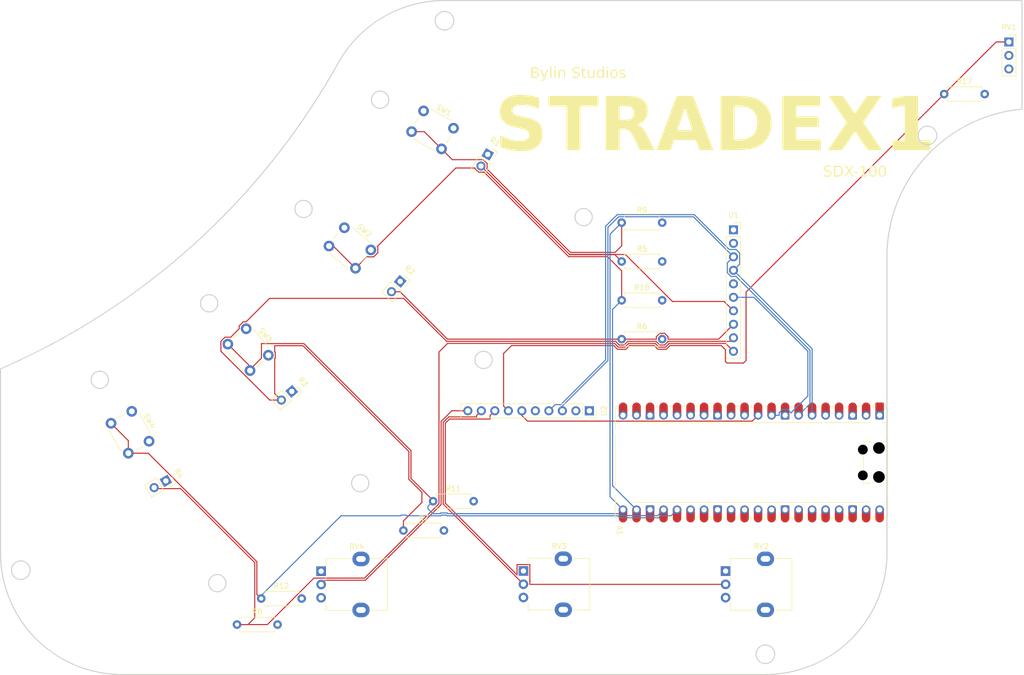
<source format=kicad_pcb>
(kicad_pcb (version 20241229) (generator "pcbnew") (generator_version "9.0")
  (layers (0 "F.Cu" signal) (4 "In1.Cu" signal) (6 "In2.Cu" signal) (2 "B.Cu" signal) (13 "F.Paste" user) (15 "B.Paste" user) (5 "F.SilkS" user "F.Silkscreen") (7 "B.SilkS" user "B.Silkscreen") (1 "F.Mask" user) (3 "B.Mask" user) (25 "Edge.Cuts" user))
  (net 0 "")
  (net 3 "GND")
  (net 8 "/SCL")
  (net 9 "+3.3V")
  (net 11 "/Vin")
  (net 13 "/SDA")
  (net 21 "/PB3")
  (net 23 "/PB2")
  (net 25 "/ALRT1")
  (net 27 "/PB4")
  (net 30 "/PB1")
  (net 32 "/ALRT2")
  (net 35 "/FSR1")
  (net 36 "/FSR2")
  (net 37 "/FSR3")
  (net 38 "/FSR4")
  (net 39 "/SPot")
  (net 40 "/P1")
  (net 41 "/P2")
  (net 42 "/P3")
  (footprint "Button_Switch_THT:SW_PUSH_6mm" (layer "F.Cu") (at 87.97574 94.158883 -50)
    (property "Reference" "SW3" (at 3.25 -2 130) (layer "F.SilkS"))
    (property "Value" "SW_Push")
    (pad "1" thru_hole circle (at 0 0 40) (size 2 2) (drill 1.1) (layers "*.Cu" "*.Mask") (net 9 "+3.3V"))
    (pad "1" thru_hole circle (at 6.5 -0.000001 40) (size 2 2) (drill 1.1) (layers "*.Cu" "*.Mask") (net 9 "+3.3V"))
    (pad "2" thru_hole circle (at 0 4.5 40) (size 2 2) (drill 1.1) (layers "*.Cu" "*.Mask") (net 21 "/PB3"))
    (pad "2" thru_hole circle (at 6.500001 4.5 40) (size 2 2) (drill 1.1) (layers "*.Cu" "*.Mask") (net 21 "/PB3"))
  )
  (footprint "Connector_PinSocket_2.54mm:PinSocket_1x03_P2.54mm_Vertical" (layer "F.Cu") (at 231.4194 40.1828)
    (property "Reference" "RV1" (at 0 -2.77 0) (layer "F.SilkS"))
    (property "Value" "SoftPot")
    (pad "1" thru_hole rect (at 0 0) (size 1.7 1.7) (drill 1) (layers "*.Cu" "*.Mask") (net 39 "/SPot"))
    (pad "2" thru_hole circle (at 0 2.54) (size 1.7 1.7) (drill 1) (layers "*.Cu" "*.Mask") (net 9 "+3.3V"))
    (pad "3" thru_hole circle (at 0 5.08) (size 1.7 1.7) (drill 1) (layers "*.Cu" "*.Mask") (net 3 "GND"))
  )
  (footprint "Connector_PinSocket_2.54mm:PinSocket_1x10_P2.54mm_Vertical" (layer "F.Cu") (at 179.6288 75.5396)
    (property "Reference" "U1" (at 0 -2.77 0) (layer "F.SilkS"))
    (property "Value" "ADS1115IDGS")
    (pad "1" thru_hole rect (at 0 0) (size 1.7 1.7) (drill 1) (layers "*.Cu" "*.Mask") (net 9 "+3.3V"))
    (pad "2" thru_hole circle (at 0 2.54) (size 1.7 1.7) (drill 1) (layers "*.Cu" "*.Mask") (net 3 "GND"))
    (pad "3" thru_hole circle (at 0 5.08) (size 1.7 1.7) (drill 1) (layers "*.Cu" "*.Mask") (net 8 "/SCL"))
    (pad "4" thru_hole circle (at 0 7.62) (size 1.7 1.7) (drill 1) (layers "*.Cu" "*.Mask") (net 13 "/SDA"))
    (pad "5" thru_hole circle (at 0 10.16) (size 1.7 1.7) (drill 1) (layers "*.Cu" "*.Mask") (net 3 "GND"))
    (pad "6" thru_hole circle (at 0 12.7) (size 1.7 1.7) (drill 1) (layers "*.Cu" "*.Mask") (net 25 "/ALRT1"))
    (pad "7" thru_hole circle (at 0 15.24) (size 1.7 1.7) (drill 1) (layers "*.Cu" "*.Mask") (net 35 "/FSR1"))
    (pad "8" thru_hole circle (at 0 17.78) (size 1.7 1.7) (drill 1) (layers "*.Cu" "*.Mask") (net 36 "/FSR2"))
    (pad "9" thru_hole circle (at 0 20.32) (size 1.7 1.7) (drill 1) (layers "*.Cu" "*.Mask") (net 37 "/FSR3"))
    (pad "10" thru_hole circle (at 0 22.86) (size 1.7 1.7) (drill 1) (layers "*.Cu" "*.Mask") (net 38 "/FSR4"))
  )
  (footprint "Connector_PinSocket_2.54mm:PinSocket_1x02_P2.54mm_Vertical" (layer "F.Cu") (at 133.412451 61.337768 -30)
    (property "Reference" "R1" (at 0 -2.769998 150) (layer "F.SilkS"))
    (property "Value" "FSR")
    (pad "1" thru_hole rect (at 0 0 330) (size 1.7 1.7) (drill 1) (layers "*.Cu" "*.Mask") (net 3 "GND"))
    (pad "2" thru_hole circle (at 0 2.54 330) (size 1.7 1.7) (drill 1) (layers "*.Cu" "*.Mask") (net 35 "/FSR1"))
  )
  (footprint "Resistor_THT:R_Axial_DIN0207_L6.3mm_D2.5mm_P7.62mm_Horizontal" (layer "F.Cu") (at 158.5976 74.182777)
    (property "Reference" "R9" (at 3.81 -2.37 0) (layer "F.SilkS"))
    (property "Value" "10k")
    (pad "1" thru_hole circle (at 0 0) (size 1.6 1.6) (drill 0.8) (layers "*.Cu" "*.Mask") (net 30 "/PB1"))
    (pad "2" thru_hole oval (at 7.62 0) (size 1.6 1.6) (drill 0.8) (layers "*.Cu" "*.Mask") (net 3 "GND"))
  )
  (footprint "Connector_PinSocket_2.54mm:PinSocket_1x02_P2.54mm_Vertical" (layer "F.Cu") (at 72.875432 122.789851 -60)
    (property "Reference" "R4" (at -0.000002 -2.769999 120) (layer "F.SilkS"))
    (property "Value" "FSR")
    (pad "1" thru_hole rect (at 0 0 300) (size 1.7 1.7) (drill 1) (layers "*.Cu" "*.Mask") (net 3 "GND"))
    (pad "2" thru_hole circle (at 0 2.54 300) (size 1.7 1.7) (drill 1) (layers "*.Cu" "*.Mask") (net 38 "/FSR4"))
  )
  (footprint "Button_Switch_THT:SW_PUSH_6mm" (layer "F.Cu") (at 121.345435 53.1634 -30)
    (property "Reference" "SW1" (at 3.249999 -2 150) (layer "F.SilkS"))
    (property "Value" "SW_Push")
    (pad "1" thru_hole circle (at 0 0 60) (size 2 2) (drill 1.1) (layers "*.Cu" "*.Mask") (net 9 "+3.3V"))
    (pad "1" thru_hole circle (at 6.5 0 60) (size 2 2) (drill 1.1) (layers "*.Cu" "*.Mask") (net 9 "+3.3V"))
    (pad "2" thru_hole circle (at -0.000001 4.499999 60) (size 2 2) (drill 1.1) (layers "*.Cu" "*.Mask") (net 30 "/PB1"))
    (pad "2" thru_hole circle (at 6.500001 4.5 60) (size 2 2) (drill 1.1) (layers "*.Cu" "*.Mask") (net 30 "/PB1"))
  )
  (footprint "Connector_PinSocket_2.54mm:PinSocket_1x02_P2.54mm_Vertical" (layer "F.Cu") (at 96.553825 105.946467 -50)
    (property "Reference" "R3" (at -0.000001 -2.769999 130) (layer "F.SilkS"))
    (property "Value" "FSR")
    (pad "1" thru_hole rect (at 0 0 310) (size 1.7 1.7) (drill 1) (layers "*.Cu" "*.Mask") (net 3 "GND"))
    (pad "2" thru_hole circle (at 0 2.54 310) (size 1.7 1.7) (drill 1) (layers "*.Cu" "*.Mask") (net 37 "/FSR3"))
  )
  (footprint "Resistor_THT:R_Axial_DIN0207_L6.3mm_D2.5mm_P7.62mm_Horizontal" (layer "F.Cu") (at 158.5976 88.806096)
    (property "Reference" "R10" (at 3.81 -2.37 0) (layer "F.SilkS"))
    (property "Value" "10k")
    (pad "1" thru_hole circle (at 0 0) (size 1.6 1.6) (drill 0.8) (layers "*.Cu" "*.Mask") (net 23 "/PB2"))
    (pad "2" thru_hole oval (at 7.62 0) (size 1.6 1.6) (drill 0.8) (layers "*.Cu" "*.Mask") (net 3 "GND"))
  )
  (footprint "Potentiometer_THT:Potentiometer_Alpha_RD901F-40-00D_Single_Vertical" (layer "F.Cu") (at 140.1248 139.7406)
    (property "Reference" "RV3" (at 6.71 -4.64 180) (layer "F.SilkS"))
    (property "Value" "R_Pot")
    (pad "" thru_hole oval (at 7.5 -2.3 90) (size 2.72 3.24) (drill oval 1.1 1.8) (layers "*.Cu" "*.Mask"))
    (pad "" thru_hole oval (at 7.5 7.3 90) (size 2.72 3.24) (drill oval 1.1 1.8) (layers "*.Cu" "*.Mask"))
    (pad "1" thru_hole rect (at 0 0 90) (size 1.8 1.8) (drill 1) (layers "*.Cu" "*.Mask") (net 9 "+3.3V"))
    (pad "2" thru_hole circle (at 0 2.5 90) (size 1.8 1.8) (drill 1) (layers "*.Cu" "*.Mask") (net 41 "/P2"))
    (pad "3" thru_hole circle (at 0 5 90) (size 1.8 1.8) (drill 1) (layers "*.Cu" "*.Mask") (net 3 "GND"))
  )
  (footprint "Resistor_THT:R_Axial_DIN0207_L6.3mm_D2.5mm_P7.62mm_Horizontal" (layer "F.Cu") (at 86.2584 149.8346)
    (property "Reference" "R8" (at 3.81 -2.37 0) (layer "F.SilkS"))
    (property "Value" "10k")
    (pad "1" thru_hole circle (at 0 0) (size 1.6 1.6) (drill 0.8) (layers "*.Cu" "*.Mask") (net 38 "/FSR4"))
    (pad "2" thru_hole oval (at 7.62 0) (size 1.6 1.6) (drill 0.8) (layers "*.Cu" "*.Mask") (net 9 "+3.3V"))
  )
  (footprint "Resistor_THT:R_Axial_DIN0207_L6.3mm_D2.5mm_P7.62mm_Horizontal" (layer "F.Cu") (at 158.597601 81.494439)
    (property "Reference" "R5" (at 3.81 -2.37 0) (layer "F.SilkS"))
    (property "Value" "10k")
    (pad "1" thru_hole circle (at 0 0) (size 1.6 1.6) (drill 0.8) (layers "*.Cu" "*.Mask") (net 35 "/FSR1"))
    (pad "2" thru_hole oval (at 7.62 0) (size 1.6 1.6) (drill 0.8) (layers "*.Cu" "*.Mask") (net 9 "+3.3V"))
  )
  (footprint "Resistor_THT:R_Axial_DIN0207_L6.3mm_D2.5mm_P7.62mm_Horizontal" (layer "F.Cu") (at 117.5512 132.1308)
    (property "Reference" "R7" (at 3.81 -2.37 0) (layer "F.SilkS"))
    (property "Value" "10k")
    (pad "1" thru_hole circle (at 0 0) (size 1.6 1.6) (drill 0.8) (layers "*.Cu" "*.Mask") (net 37 "/FSR3"))
    (pad "2" thru_hole oval (at 7.62 0) (size 1.6 1.6) (drill 0.8) (layers "*.Cu" "*.Mask") (net 9 "+3.3V"))
  )
  (footprint "Connector_PinSocket_2.54mm:PinSocket_1x10_P2.54mm_Vertical" (layer "F.Cu") (at 152.527 109.6006 -90)
    (property "Reference" "U2" (at 0 -2.77 90) (layer "F.SilkS"))
    (property "Value" "ADS1115IDGS")
    (pad "1" thru_hole rect (at 0 0 270) (size 1.7 1.7) (drill 1) (layers "*.Cu" "*.Mask") (net 9 "+3.3V"))
    (pad "2" thru_hole circle (at 0 2.54 270) (size 1.7 1.7) (drill 1) (layers "*.Cu" "*.Mask") (net 3 "GND"))
    (pad "3" thru_hole circle (at 0 5.08 270) (size 1.7 1.7) (drill 1) (layers "*.Cu" "*.Mask") (net 8 "/SCL"))
    (pad "4" thru_hole circle (at 0 7.62 270) (size 1.7 1.7) (drill 1) (layers "*.Cu" "*.Mask") (net 13 "/SDA"))
    (pad "5" thru_hole circle (at 0 10.16 270) (size 1.7 1.7) (drill 1) (layers "*.Cu" "*.Mask") (net 9 "+3.3V"))
    (pad "6" thru_hole circle (at 0 12.7 270) (size 1.7 1.7) (drill 1) (layers "*.Cu" "*.Mask") (net 32 "/ALRT2"))
    (pad "7" thru_hole circle (at 0 15.24 270) (size 1.7 1.7) (drill 1) (layers "*.Cu" "*.Mask") (net 39 "/SPot"))
    (pad "8" thru_hole circle (at 0 17.78 270) (size 1.7 1.7) (drill 1) (layers "*.Cu" "*.Mask") (net 40 "/P1"))
    (pad "9" thru_hole circle (at 0 20.32 270) (size 1.7 1.7) (drill 1) (layers "*.Cu" "*.Mask") (net 41 "/P2"))
    (pad "10" thru_hole circle (at 0 22.86 270) (size 1.7 1.7) (drill 1) (layers "*.Cu" "*.Mask") (net 42 "/P3"))
  )
  (footprint "Button_Switch_THT:SW_PUSH_6mm" (layer "F.Cu") (at 66.465157 109.700017 -60)
    (property "Reference" "SW4" (at 3.25 -2 120) (layer "F.SilkS"))
    (property "Value" "SW_Push")
    (pad "1" thru_hole circle (at 0 0 30) (size 2 2) (drill 1.1) (layers "*.Cu" "*.Mask") (net 9 "+3.3V"))
    (pad "1" thru_hole circle (at 6.5 -0.000001 30) (size 2 2) (drill 1.1) (layers "*.Cu" "*.Mask") (net 9 "+3.3V"))
    (pad "2" thru_hole circle (at 0 4.5 30) (size 2 2) (drill 1.1) (layers "*.Cu" "*.Mask") (net 27 "/PB4"))
    (pad "2" thru_hole circle (at 6.500001 4.5 30) (size 2 2) (drill 1.1) (layers "*.Cu" "*.Mask") (net 27 "/PB4"))
  )
  (footprint "Potentiometer_THT:Potentiometer_Alpha_RD901F-40-00D_Single_Vertical" (layer "F.Cu") (at 178.1456 139.7654)
    (property "Reference" "RV2" (at 6.71 -4.64 180) (layer "F.SilkS"))
    (property "Value" "R_Pot")
    (pad "" thru_hole oval (at 7.5 -2.3 90) (size 2.72 3.24) (drill oval 1.1 1.8) (layers "*.Cu" "*.Mask"))
    (pad "" thru_hole oval (at 7.5 7.3 90) (size 2.72 3.24) (drill oval 1.1 1.8) (layers "*.Cu" "*.Mask"))
    (pad "1" thru_hole rect (at 0 0 90) (size 1.8 1.8) (drill 1) (layers "*.Cu" "*.Mask") (net 9 "+3.3V"))
    (pad "2" thru_hole circle (at 0 2.5 90) (size 1.8 1.8) (drill 1) (layers "*.Cu" "*.Mask") (net 40 "/P1"))
    (pad "3" thru_hole circle (at 0 5 90) (size 1.8 1.8) (drill 1) (layers "*.Cu" "*.Mask") (net 3 "GND"))
  )
  (footprint "Resistor_THT:R_Axial_DIN0207_L6.3mm_D2.5mm_P7.62mm_Horizontal" (layer "F.Cu") (at 158.597601 96.117758)
    (property "Reference" "R6" (at 3.81 -2.37 0) (layer "F.SilkS"))
    (property "Value" "10k")
    (pad "1" thru_hole circle (at 0 0) (size 1.6 1.6) (drill 0.8) (layers "*.Cu" "*.Mask") (net 36 "/FSR2"))
    (pad "2" thru_hole oval (at 7.62 0) (size 1.6 1.6) (drill 0.8) (layers "*.Cu" "*.Mask") (net 9 "+3.3V"))
  )
  (footprint "Button_Switch_THT:SW_PUSH_6mm" (layer "F.Cu") (at 106.450511 75.146081 -40)
    (property "Reference" "SW2" (at 3.25 -2 140) (layer "F.SilkS"))
    (property "Value" "SW_Push")
    (pad "1" thru_hole circle (at 0 0 50) (size 2 2) (drill 1.1) (layers "*.Cu" "*.Mask") (net 9 "+3.3V"))
    (pad "1" thru_hole circle (at 6.5 0 50) (size 2 2) (drill 1.1) (layers "*.Cu" "*.Mask") (net 9 "+3.3V"))
    (pad "2" thru_hole circle (at 0 4.5 50) (size 2 2) (drill 1.1) (layers "*.Cu" "*.Mask") (net 23 "/PB2"))
    (pad "2" thru_hole circle (at 6.500001 4.5 50) (size 2 2) (drill 1.1) (layers "*.Cu" "*.Mask") (net 23 "/PB2"))
  )
  (footprint "Potentiometer_THT:Potentiometer_Alpha_RD901F-40-00D_Single_Vertical" (layer "F.Cu") (at 102.0756 139.7908)
    (property "Reference" "RV4" (at 6.71 -4.64 180) (layer "F.SilkS"))
    (property "Value" "R_Pot")
    (pad "" thru_hole oval (at 7.5 -2.3 90) (size 2.72 3.24) (drill oval 1.1 1.8) (layers "*.Cu" "*.Mask"))
    (pad "" thru_hole oval (at 7.5 7.3 90) (size 2.72 3.24) (drill oval 1.1 1.8) (layers "*.Cu" "*.Mask"))
    (pad "1" thru_hole rect (at 0 0 90) (size 1.8 1.8) (drill 1) (layers "*.Cu" "*.Mask") (net 9 "+3.3V"))
    (pad "2" thru_hole circle (at 0 2.5 90) (size 1.8 1.8) (drill 1) (layers "*.Cu" "*.Mask") (net 42 "/P3"))
    (pad "3" thru_hole circle (at 0 5 90) (size 1.8 1.8) (drill 1) (layers "*.Cu" "*.Mask") (net 3 "GND"))
  )
  (footprint "Resistor_THT:R_Axial_DIN0207_L6.3mm_D2.5mm_P7.62mm_Horizontal" (layer "F.Cu") (at 123.1392 126.619)
    (property "Reference" "R11" (at 3.81 -2.37 0) (layer "F.SilkS"))
    (property "Value" "10k")
    (pad "1" thru_hole circle (at 0 0) (size 1.6 1.6) (drill 0.8) (layers "*.Cu" "*.Mask") (net 21 "/PB3"))
    (pad "2" thru_hole oval (at 7.62 0) (size 1.6 1.6) (drill 0.8) (layers "*.Cu" "*.Mask") (net 3 "GND"))
  )
  (footprint "Connector_PinSocket_2.54mm:PinSocket_1x02_P2.54mm_Vertical" (layer "F.Cu") (at 116.951436 85.240714 -40)
    (property "Reference" "R2" (at 0 -2.769999 140) (layer "F.SilkS"))
    (property "Value" "FSR")
    (pad "1" thru_hole rect (at 0 0 320) (size 1.7 1.7) (drill 1) (layers "*.Cu" "*.Mask") (net 3 "GND"))
    (pad "2" thru_hole circle (at 0 2.54 320) (size 1.7 1.7) (drill 1) (layers "*.Cu" "*.Mask") (net 36 "/FSR2"))
  )
  (footprint "Module:RaspberryPi_Pico_Common_Unspecified" (layer "F.Cu") (at 182.9851 119.3292 -90)
    (property "Reference" "A1" (at 11.7475 24.765 270) (layer "F.SilkS") (effects (justify left)))
    (property "Value" "RaspberryPi_Pico")
    (pad "" np_thru_hole circle (at -2.725 -24 270) (size 2.2 2.2) (drill 2.2) (layers "*.Mask"))
    (pad "" np_thru_hole circle (at -2.425 -20.97 270) (size 1.85 1.85) (drill 1.85) (layers "*.Mask"))
    (pad "" np_thru_hole circle (at 2.425 -20.97 270) (size 1.85 1.85) (drill 1.85) (layers "*.Mask"))
    (pad "" np_thru_hole circle (at 2.725 -24 270) (size 2.2 2.2) (drill 2.2) (layers "*.Mask"))
    (pad "1" smd custom (at -9.69 -24.13 270) (size 1.6 0.8) (layers "F.Cu" "F.Mask") (options (clearance outline) (anchor rect)) (primitives (gr_circle (center 0.8 0) (end 1.6 0) (width 0) (fill yes)) (gr_poly (pts (xy -1.6 -0.6) (xy -1.6 0.6) (xy -1.4 0.8) (xy 0.8 0.8) (xy 0.8 -0.8) (xy -1.4 -0.8)) (width 0) (fill yes)) (gr_circle (center -1.4 -0.6) (end -1.2 -0.6) (width 0) (fill yes)) (gr_circle (center -1.4 0.6) (end -1.2 0.6) (width 0) (fill yes))))
    (pad "1" thru_hole roundrect (at -8.89 -24.13 270) (size 1.6 1.6) (drill 1) (layers "*.Cu" "*.Mask") (roundrect_rratio 0.125))
    (pad "2" smd roundrect (at -9.69 -21.59 270) (size 3.2 1.6) (layers "F.Cu" "F.Mask") (roundrect_rratio 0.5))
    (pad "2" thru_hole circle (at -8.89 -21.59 270) (size 1.6 1.6) (drill 1) (layers "*.Cu" "*.Mask"))
    (pad "3" smd custom (at -9.69 -19.05 270) (size 1.6 0.8) (layers "F.Cu" "F.Mask") (net 3 "GND") (options (clearance outline) (anchor rect)) (primitives (gr_circle (center -0.8 0) (end 0 0) (width 0) (fill yes)) (gr_poly (pts (xy 1.6 -0.6) (xy 1.6 0.6) (xy 1.4 0.8) (xy -0.8 0.8) (xy -0.8 -0.8) (xy 1.4 -0.8)) (width 0) (fill yes)) (gr_circle (center 1.4 -0.6) (end 1.6 -0.6) (width 0) (fill yes)) (gr_circle (center 1.4 0.6) (end 1.6 0.6) (width 0) (fill yes))))
    (pad "3" thru_hole custom (at -8.89 -19.05 270) (size 1.6 1.6) (drill 1) (layers "*.Cu" "*.Mask") (net 3 "GND") (options (clearance outline) (anchor circle)) (primitives (gr_poly (pts (xy 0.8 0.6) (xy 0.8 -0.6) (xy 0.6 -0.8) (xy 0 -0.8) (xy 0 0.8) (xy 0.6 0.8)) (width 0) (fill yes)) (gr_circle (center 0.6 0.6) (end 0.8 0.6) (width 0) (fill yes)) (gr_circle (center 0.6 -0.6) (end 0.8 -0.6) (width 0) (fill yes))))
    (pad "4" smd roundrect (at -9.69 -16.51 270) (size 3.2 1.6) (layers "F.Cu" "F.Mask") (roundrect_rratio 0.5))
    (pad "4" thru_hole circle (at -8.89 -16.51 270) (size 1.6 1.6) (drill 1) (layers "*.Cu" "*.Mask"))
    (pad "5" smd roundrect (at -9.69 -13.97 270) (size 3.2 1.6) (layers "F.Cu" "F.Mask") (roundrect_rratio 0.5))
    (pad "5" thru_hole circle (at -8.89 -13.97 270) (size 1.6 1.6) (drill 1) (layers "*.Cu" "*.Mask"))
    (pad "6" smd roundrect (at -9.69 -11.43 270) (size 3.2 1.6) (layers "F.Cu" "F.Mask") (roundrect_rratio 0.5) (net 13 "/SDA"))
    (pad "6" thru_hole circle (at -8.89 -11.43 270) (size 1.6 1.6) (drill 1) (layers "*.Cu" "*.Mask") (net 13 "/SDA"))
    (pad "7" smd roundrect (at -9.69 -8.89 270) (size 3.2 1.6) (layers "F.Cu" "F.Mask") (roundrect_rratio 0.5) (net 8 "/SCL"))
    (pad "7" thru_hole circle (at -8.89 -8.89 270) (size 1.6 1.6) (drill 1) (layers "*.Cu" "*.Mask") (net 8 "/SCL"))
    (pad "8" smd custom (at -9.69 -6.35 270) (size 1.6 0.8) (layers "F.Cu" "F.Mask") (net 3 "GND") (options (clearance outline) (anchor rect)) (primitives (gr_circle (center -0.8 0) (end 0 0) (width 0) (fill yes)) (gr_poly (pts (xy 1.6 -0.6) (xy 1.6 0.6) (xy 1.4 0.8) (xy -0.8 0.8) (xy -0.8 -0.8) (xy 1.4 -0.8)) (width 0) (fill yes)) (gr_circle (center 1.4 -0.6) (end 1.6 -0.6) (width 0) (fill yes)) (gr_circle (center 1.4 0.6) (end 1.6 0.6) (width 0) (fill yes))))
    (pad "8" thru_hole custom (at -8.89 -6.35 270) (size 1.6 1.6) (drill 1) (layers "*.Cu" "*.Mask") (net 3 "GND") (options (clearance outline) (anchor circle)) (primitives (gr_poly (pts (xy 0.8 0.6) (xy 0.8 -0.6) (xy 0.6 -0.8) (xy 0 -0.8) (xy 0 0.8) (xy 0.6 0.8)) (width 0) (fill yes)) (gr_circle (center 0.6 0.6) (end 0.8 0.6) (width 0) (fill yes)) (gr_circle (center 0.6 -0.6) (end 0.8 -0.6) (width 0) (fill yes))))
    (pad "9" smd roundrect (at -9.69 -3.81 270) (size 3.2 1.6) (layers "F.Cu" "F.Mask") (roundrect_rratio 0.5) (net 25 "/ALRT1"))
    (pad "9" thru_hole circle (at -8.89 -3.81 270) (size 1.6 1.6) (drill 1) (layers "*.Cu" "*.Mask") (net 25 "/ALRT1"))
    (pad "10" smd roundrect (at -9.69 -1.27 270) (size 3.2 1.6) (layers "F.Cu" "F.Mask") (roundrect_rratio 0.5) (net 32 "/ALRT2"))
    (pad "10" thru_hole circle (at -8.89 -1.27 270) (size 1.6 1.6) (drill 1) (layers "*.Cu" "*.Mask") (net 32 "/ALRT2"))
    (pad "11" smd roundrect (at -9.69 1.27 270) (size 3.2 1.6) (layers "F.Cu" "F.Mask") (roundrect_rratio 0.5))
    (pad "11" thru_hole circle (at -8.89 1.27 270) (size 1.6 1.6) (drill 1) (layers "*.Cu" "*.Mask"))
    (pad "12" smd roundrect (at -9.69 3.81 270) (size 3.2 1.6) (layers "F.Cu" "F.Mask") (roundrect_rratio 0.5))
    (pad "12" thru_hole circle (at -8.89 3.81 270) (size 1.6 1.6) (drill 1) (layers "*.Cu" "*.Mask"))
    (pad "13" smd custom (at -9.69 6.35 270) (size 1.6 0.8) (layers "F.Cu" "F.Mask") (net 3 "GND") (options (clearance outline) (anchor rect)) (primitives (gr_circle (center -0.8 0) (end 0 0) (width 0) (fill yes)) (gr_poly (pts (xy 1.6 -0.6) (xy 1.6 0.6) (xy 1.4 0.8) (xy -0.8 0.8) (xy -0.8 -0.8) (xy 1.4 -0.8)) (width 0) (fill yes)) (gr_circle (center 1.4 -0.6) (end 1.6 -0.6) (width 0) (fill yes)) (gr_circle (center 1.4 0.6) (end 1.6 0.6) (width 0) (fill yes))))
    (pad "13" thru_hole custom (at -8.89 6.35 270) (size 1.6 1.6) (drill 1) (layers "*.Cu" "*.Mask") (net 3 "GND") (options (clearance outline) (anchor circle)) (primitives (gr_poly (pts (xy 0.8 0.6) (xy 0.8 -0.6) (xy 0.6 -0.8) (xy 0 -0.8) (xy 0 0.8) (xy 0.6 0.8)) (width 0) (fill yes)) (gr_circle (center 0.6 0.6) (end 0.8 0.6) (width 0) (fill yes)) (gr_circle (center 0.6 -0.6) (end 0.8 -0.6) (width 0) (fill yes))))
    (pad "14" smd roundrect (at -9.69 8.89 270) (size 3.2 1.6) (layers "F.Cu" "F.Mask") (roundrect_rratio 0.5))
    (pad "14" thru_hole circle (at -8.89 8.89 270) (size 1.6 1.6) (drill 1) (layers "*.Cu" "*.Mask"))
    (pad "15" smd roundrect (at -9.69 11.43 270) (size 3.2 1.6) (layers "F.Cu" "F.Mask") (roundrect_rratio 0.5))
    (pad "15" thru_hole circle (at -8.89 11.43 270) (size 1.6 1.6) (drill 1) (layers "*.Cu" "*.Mask"))
    (pad "16" smd roundrect (at -9.69 13.97 270) (size 3.2 1.6) (layers "F.Cu" "F.Mask") (roundrect_rratio 0.5))
    (pad "16" thru_hole circle (at -8.89 13.97 270) (size 1.6 1.6) (drill 1) (layers "*.Cu" "*.Mask"))
    (pad "17" smd roundrect (at -9.69 16.51 270) (size 3.2 1.6) (layers "F.Cu" "F.Mask") (roundrect_rratio 0.5))
    (pad "17" thru_hole circle (at -8.89 16.51 270) (size 1.6 1.6) (drill 1) (layers "*.Cu" "*.Mask"))
    (pad "18" smd custom (at -9.69 19.05 270) (size 1.6 0.8) (layers "F.Cu" "F.Mask") (net 3 "GND") (options (clearance outline) (anchor rect)) (primitives (gr_circle (center -0.8 0) (end 0 0) (width 0) (fill yes)) (gr_poly (pts (xy 1.6 -0.6) (xy 1.6 0.6) (xy 1.4 0.8) (xy -0.8 0.8) (xy -0.8 -0.8) (xy 1.4 -0.8)) (width 0) (fill yes)) (gr_circle (center 1.4 -0.6) (end 1.6 -0.6) (width 0) (fill yes)) (gr_circle (center 1.4 0.6) (end 1.6 0.6) (width 0) (fill yes))))
    (pad "18" thru_hole custom (at -8.89 19.05 270) (size 1.6 1.6) (drill 1) (layers "*.Cu" "*.Mask") (net 3 "GND") (options (clearance outline) (anchor circle)) (primitives (gr_poly (pts (xy 0.8 0.6) (xy 0.8 -0.6) (xy 0.6 -0.8) (xy 0 -0.8) (xy 0 0.8) (xy 0.6 0.8)) (width 0) (fill yes)) (gr_circle (center 0.6 0.6) (end 0.8 0.6) (width 0) (fill yes)) (gr_circle (center 0.6 -0.6) (end 0.8 -0.6) (width 0) (fill yes))))
    (pad "19" smd roundrect (at -9.69 21.59 270) (size 3.2 1.6) (layers "F.Cu" "F.Mask") (roundrect_rratio 0.5))
    (pad "19" thru_hole circle (at -8.89 21.59 270) (size 1.6 1.6) (drill 1) (layers "*.Cu" "*.Mask"))
    (pad "20" smd roundrect (at -9.69 24.13 270) (size 3.2 1.6) (layers "F.Cu" "F.Mask") (roundrect_rratio 0.5))
    (pad "20" thru_hole circle (at -8.89 24.13 270) (size 1.6 1.6) (drill 1) (layers "*.Cu" "*.Mask"))
    (pad "21" thru_hole circle (at 8.89 24.13 270) (size 1.6 1.6) (drill 1) (layers "*.Cu" "*.Mask") (net 30 "/PB1"))
    (pad "21" smd roundrect (at 9.69 24.13 270) (size 3.2 1.6) (layers "F.Cu" "F.Mask") (roundrect_rratio 0.5) (net 30 "/PB1"))
    (pad "22" thru_hole circle (at 8.89 21.59 270) (size 1.6 1.6) (drill 1) (layers "*.Cu" "*.Mask") (net 23 "/PB2"))
    (pad "22" smd roundrect (at 9.69 21.59 270) (size 3.2 1.6) (layers "F.Cu" "F.Mask") (roundrect_rratio 0.5) (net 23 "/PB2"))
    (pad "23" thru_hole custom (at 8.89 19.05 270) (size 1.6 1.6) (drill 1) (layers "*.Cu" "*.Mask") (net 3 "GND") (options (clearance outline) (anchor circle)) (primitives (gr_poly (pts (xy -0.8 0.6) (xy -0.8 -0.6) (xy -0.6 -0.8) (xy 0 -0.8) (xy 0 0.8) (xy -0.6 0.8)) (width 0) (fill yes)) (gr_circle (center -0.6 0.6) (end -0.4 0.6) (width 0) (fill yes)) (gr_circle (center -0.6 -0.6) (end -0.4 -0.6) (width 0) (fill yes))))
    (pad "23" smd custom (at 9.69 19.05 270) (size 1.6 0.8) (layers "F.Cu" "F.Mask") (net 3 "GND") (options (clearance outline) (anchor rect)) (primitives (gr_circle (center 0.8 0) (end 1.6 0) (width 0) (fill yes)) (gr_poly (pts (xy -1.6 -0.6) (xy -1.6 0.6) (xy -1.4 0.8) (xy 0.8 0.8) (xy 0.8 -0.8) (xy -1.4 -0.8)) (width 0) (fill yes)) (gr_circle (center -1.4 -0.6) (end -1.2 -0.6) (width 0) (fill yes)) (gr_circle (center -1.4 0.6) (end -1.2 0.6) (width 0) (fill yes))))
    (pad "24" thru_hole circle (at 8.89 16.51 270) (size 1.6 1.6) (drill 1) (layers "*.Cu" "*.Mask") (net 21 "/PB3"))
    (pad "24" smd roundrect (at 9.69 16.51 270) (size 3.2 1.6) (layers "F.Cu" "F.Mask") (roundrect_rratio 0.5) (net 21 "/PB3"))
    (pad "25" thru_hole circle (at 8.89 13.97 270) (size 1.6 1.6) (drill 1) (layers "*.Cu" "*.Mask") (net 27 "/PB4"))
    (pad "25" smd roundrect (at 9.69 13.97 270) (size 3.2 1.6) (layers "F.Cu" "F.Mask") (roundrect_rratio 0.5) (net 27 "/PB4"))
    (pad "26" thru_hole circle (at 8.89 11.43 270) (size 1.6 1.6) (drill 1) (layers "*.Cu" "*.Mask"))
    (pad "26" smd roundrect (at 9.69 11.43 270) (size 3.2 1.6) (layers "F.Cu" "F.Mask") (roundrect_rratio 0.5))
    (pad "27" thru_hole circle (at 8.89 8.89 270) (size 1.6 1.6) (drill 1) (layers "*.Cu" "*.Mask"))
    (pad "27" smd roundrect (at 9.69 8.89 270) (size 3.2 1.6) (layers "F.Cu" "F.Mask") (roundrect_rratio 0.5))
    (pad "28" thru_hole custom (at 8.89 6.35 270) (size 1.6 1.6) (drill 1) (layers "*.Cu" "*.Mask") (net 3 "GND") (options (clearance outline) (anchor circle)) (primitives (gr_poly (pts (xy -0.8 0.6) (xy -0.8 -0.6) (xy -0.6 -0.8) (xy 0 -0.8) (xy 0 0.8) (xy -0.6 0.8)) (width 0) (fill yes)) (gr_circle (center -0.6 0.6) (end -0.4 0.6) (width 0) (fill yes)) (gr_circle (center -0.6 -0.6) (end -0.4 -0.6) (width 0) (fill yes))))
    (pad "28" smd custom (at 9.69 6.35 270) (size 1.6 0.8) (layers "F.Cu" "F.Mask") (net 3 "GND") (options (clearance outline) (anchor rect)) (primitives (gr_circle (center 0.8 0) (end 1.6 0) (width 0) (fill yes)) (gr_poly (pts (xy -1.6 -0.6) (xy -1.6 0.6) (xy -1.4 0.8) (xy 0.8 0.8) (xy 0.8 -0.8) (xy -1.4 -0.8)) (width 0) (fill yes)) (gr_circle (center -1.4 -0.6) (end -1.2 -0.6) (width 0) (fill yes)) (gr_circle (center -1.4 0.6) (end -1.2 0.6) (width 0) (fill yes))))
    (pad "29" thru_hole circle (at 8.89 3.81 270) (size 1.6 1.6) (drill 1) (layers "*.Cu" "*.Mask"))
    (pad "29" smd roundrect (at 9.69 3.81 270) (size 3.2 1.6) (layers "F.Cu" "F.Mask") (roundrect_rratio 0.5))
    (pad "30" thru_hole circle (at 8.89 1.27 270) (size 1.6 1.6) (drill 1) (layers "*.Cu" "*.Mask"))
    (pad "30" smd roundrect (at 9.69 1.27 270) (size 3.2 1.6) (layers "F.Cu" "F.Mask") (roundrect_rratio 0.5))
    (pad "31" thru_hole circle (at 8.89 -1.27 270) (size 1.6 1.6) (drill 1) (layers "*.Cu" "*.Mask"))
    (pad "31" smd roundrect (at 9.69 -1.27 270) (size 3.2 1.6) (layers "F.Cu" "F.Mask") (roundrect_rratio 0.5))
    (pad "32" thru_hole circle (at 8.89 -3.81 270) (size 1.6 1.6) (drill 1) (layers "*.Cu" "*.Mask"))
    (pad "32" smd roundrect (at 9.69 -3.81 270) (size 3.2 1.6) (layers "F.Cu" "F.Mask") (roundrect_rratio 0.5))
    (pad "33" thru_hole custom (at 8.89 -6.35 270) (size 1.6 1.6) (drill 1) (layers "*.Cu" "*.Mask") (options (clearance outline) (anchor circle)) (primitives (gr_poly (pts (xy -0.8 0.6) (xy -0.8 -0.6) (xy -0.6 -0.8) (xy 0 -0.8) (xy 0 0.8) (xy -0.6 0.8)) (width 0) (fill yes)) (gr_circle (center -0.6 0.6) (end -0.4 0.6) (width 0) (fill yes)) (gr_circle (center -0.6 -0.6) (end -0.4 -0.6) (width 0) (fill yes))))
    (pad "33" smd custom (at 9.69 -6.35 270) (size 1.6 0.8) (layers "F.Cu" "F.Mask") (options (clearance outline) (anchor rect)) (primitives (gr_circle (center 0.8 0) (end 1.6 0) (width 0) (fill yes)) (gr_poly (pts (xy -1.6 -0.6) (xy -1.6 0.6) (xy -1.4 0.8) (xy 0.8 0.8) (xy 0.8 -0.8) (xy -1.4 -0.8)) (width 0) (fill yes)) (gr_circle (center -1.4 -0.6) (end -1.2 -0.6) (width 0) (fill yes)) (gr_circle (center -1.4 0.6) (end -1.2 0.6) (width 0) (fill yes))))
    (pad "34" thru_hole circle (at 8.89 -8.89 270) (size 1.6 1.6) (drill 1) (layers "*.Cu" "*.Mask"))
    (pad "34" smd roundrect (at 9.69 -8.89 270) (size 3.2 1.6) (layers "F.Cu" "F.Mask") (roundrect_rratio 0.5))
    (pad "35" thru_hole circle (at 8.89 -11.43 270) (size 1.6 1.6) (drill 1) (layers "*.Cu" "*.Mask"))
    (pad "35" smd roundrect (at 9.69 -11.43 270) (size 3.2 1.6) (layers "F.Cu" "F.Mask") (roundrect_rratio 0.5))
    (pad "36" thru_hole circle (at 8.89 -13.97 270) (size 1.6 1.6) (drill 1) (layers "*.Cu" "*.Mask") (net 9 "+3.3V"))
    (pad "36" smd roundrect (at 9.69 -13.97 270) (size 3.2 1.6) (layers "F.Cu" "F.Mask") (roundrect_rratio 0.5) (net 9 "+3.3V"))
    (pad "37" thru_hole circle (at 8.89 -16.51 270) (size 1.6 1.6) (drill 1) (layers "*.Cu" "*.Mask"))
    (pad "37" smd roundrect (at 9.69 -16.51 270) (size 3.2 1.6) (layers "F.Cu" "F.Mask") (roundrect_rratio 0.5))
    (pad "38" thru_hole custom (at 8.89 -19.05 270) (size 1.6 1.6) (drill 1) (layers "*.Cu" "*.Mask") (net 3 "GND") (options (clearance outline) (anchor circle)) (primitives (gr_poly (pts (xy -0.8 0.6) (xy -0.8 -0.6) (xy -0.6 -0.8) (xy 0 -0.8) (xy 0 0.8) (xy -0.6 0.8)) (width 0) (fill yes)) (gr_circle (center -0.6 0.6) (end -0.4 0.6) (width 0) (fill yes)) (gr_circle (center -0.6 -0.6) (end -0.4 -0.6) (width 0) (fill yes))))
    (pad "38" smd custom (at 9.69 -19.05 270) (size 1.6 0.8) (layers "F.Cu" "F.Mask") (net 3 "GND") (options (clearance outline) (anchor rect)) (primitives (gr_circle (center 0.8 0) (end 1.6 0) (width 0) (fill yes)) (gr_poly (pts (xy -1.6 -0.6) (xy -1.6 0.6) (xy -1.4 0.8) (xy 0.8 0.8) (xy 0.8 -0.8) (xy -1.4 -0.8)) (width 0) (fill yes)) (gr_circle (center -1.4 -0.6) (end -1.2 -0.6) (width 0) (fill yes)) (gr_circle (center -1.4 0.6) (end -1.2 0.6) (width 0) (fill yes))))
    (pad "39" thru_hole circle (at 8.89 -21.59 270) (size 1.6 1.6) (drill 1) (layers "*.Cu" "*.Mask"))
    (pad "39" smd roundrect (at 9.69 -21.59 270) (size 3.2 1.6) (layers "F.Cu" "F.Mask") (roundrect_rratio 0.5))
    (pad "40" thru_hole circle (at 8.89 -24.13 270) (size 1.6 1.6) (drill 1) (layers "*.Cu" "*.Mask") (net 11 "/Vin"))
    (pad "40" smd roundrect (at 9.69 -24.13 270) (size 3.2 1.6) (layers "F.Cu" "F.Mask") (roundrect_rratio 0.5) (net 11 "/Vin"))
  )
  (footprint "Resistor_THT:R_Axial_DIN0207_L6.3mm_D2.5mm_P7.62mm_Horizontal" (layer "F.Cu") (at 219.2528 49.9872)
    (property "Reference" "R17" (at 3.81 -2.37 0) (layer "F.SilkS"))
    (property "Value" "10k")
    (pad "1" thru_hole circle (at 0 0) (size 1.6 1.6) (drill 0.8) (layers "*.Cu" "*.Mask") (net 39 "/SPot"))
    (pad "2" thru_hole oval (at 7.62 0) (size 1.6 1.6) (drill 0.8) (layers "*.Cu" "*.Mask") (net 3 "GND"))
  )
  (footprint "Resistor_THT:R_Axial_DIN0207_L6.3mm_D2.5mm_P7.62mm_Horizontal" (layer "F.Cu") (at 90.805 144.9324)
    (property "Reference" "R12" (at 3.81 -2.37 0) (layer "F.SilkS"))
    (property "Value" "10k")
    (pad "1" thru_hole circle (at 0 0) (size 1.6 1.6) (drill 0.8) (layers "*.Cu" "*.Mask") (net 27 "/PB4"))
    (pad "2" thru_hole oval (at 7.62 0) (size 1.6 1.6) (drill 0.8) (layers "*.Cu" "*.Mask") (net 3 "GND"))
  )
  (gr_circle (center 185.627416 155.426236) (end 187.380016 155.426236) (stroke (width 0.2)) (fill no) (layer "Edge.Cuts"))
  (gr_circle (center 216.107416 57.785) (end 217.860016 57.785) (stroke (width 0.2)) (fill no) (layer "Edge.Cuts"))
  (gr_circle (center 98.767848 71.617986) (end 100.393448 71.617986) (stroke (width 0.2)) (fill no) (layer "Edge.Cuts"))
  (gr_circle (center 151.441765 73.152) (end 153.067365 73.152) (stroke (width 0.2)) (fill no) (layer "Edge.Cuts"))
  (gr_circle (center 82.550659 142.043105) (end 84.176259 142.043105) (stroke (width 0.2)) (fill no) (layer "Edge.Cuts"))
  (gr_line (start 233.887416 32.385) (end 233.887416 52.820695) (stroke (width 0.2)) (layer "Edge.Cuts"))
  (gr_circle (center 113.166906 51.054) (end 114.792506 51.054) (stroke (width 0.2)) (fill no) (layer "Edge.Cuts"))
  (gr_circle (center 45.593659 139.59715) (end 47.346259 139.59715) (stroke (width 0.2)) (fill no) (layer "Edge.Cuts"))
  (gr_line (start 185.627416 159.236236) (end 64.643655 159.236236) (stroke (width 0.2)) (layer "Edge.Cuts"))
  (gr_line (start 125.272725 32.385) (end 233.887416 32.385) (stroke (width 0.2)) (layer "Edge.Cuts"))
  (gr_arc (start 105.300965 44.122707) (mid 113.689962 35.536665) (end 125.272725 32.385) (stroke (width 0.2)) (layer "Edge.Cuts"))
  (gr_circle (center 60.452659 103.768247) (end 62.078259 103.768247) (stroke (width 0.2)) (fill no) (layer "Edge.Cuts"))
  (gr_arc (start 64.643655 159.236236) (mid 48.479195 152.540698) (end 41.783659 136.376236) (stroke (width 0.2)) (layer "Edge.Cuts"))
  (gr_arc (start 208.487416 80.644936) (mid 215.792345 61.807833) (end 233.887416 52.820695) (stroke (width 0.2)) (layer "Edge.Cuts"))
  (gr_arc (start 208.487416 136.376276) (mid 201.791887 152.540713) (end 185.627416 159.236236) (stroke (width 0.2)) (layer "Edge.Cuts"))
  (gr_line (start 208.487416 80.644936) (end 208.487416 136.376276) (stroke (width 0.2)) (layer "Edge.Cuts"))
  (gr_line (start 41.783659 101.705433) (end 41.783659 136.376236) (stroke (width 0.2)) (layer "Edge.Cuts"))
  (gr_circle (center 132.623948 100.026627) (end 134.249548 100.026627) (stroke (width 0.2)) (fill no) (layer "Edge.Cuts"))
  (gr_circle (center 81.016645 89.369189) (end 82.642245 89.369189) (stroke (width 0.2)) (fill no) (layer "Edge.Cuts"))
  (gr_circle (center 109.425286 123.225289) (end 111.050886 123.225289) (stroke (width 0.2)) (fill no) (layer "Edge.Cuts"))
  (gr_circle (center 125.2728 36.195) (end 127.0254 36.195) (stroke (width 0.2)) (fill no) (layer "Edge.Cuts"))
  (gr_arc (start 105.300965 44.122707) (mid 78.280864 78.140987) (end 41.783659 101.705433) (stroke (width 0.2)) (layer "Edge.Cuts"))
  (gr_text "SDX-100" (at 202.4888 65.8622 0) (layer "F.SilkS") (effects (font (size 2 2) (thickness 0.1)) (justify bottom)))
  (gr_text "STRADEX1\n" (at 176.149 62.23 0) (layer "F.SilkS") (effects (font (size 10 10) (thickness 2) (bold yes) (italic yes)) (justify bottom)))
  (gr_text "Bylin Studios" (at 150.3934 47.2948 0) (layer "F.SilkS") (effects (font (size 2 2) (thickness 0.1)) (justify bottom)))
  (segment (start 179.6288 80.6196) (end 172.090977 73.081777) (width 0.2) (layer "B.Cu") (net 8))
  (segment (start 191.8751 110.4392) (end 194.0141 108.3002) (width 0.2) (layer "B.Cu") (net 8))
  (segment (start 147.447 108.707) (end 147.447 109.6006) (width 0.2) (layer "B.Cu") (net 8))
  (segment (start 180.10556 84.3106) (end 179.15204 84.3106) (width 0.2) (layer "B.Cu") (net 8))
  (segment (start 178.4778 83.63636) (end 178.4778 81.7706) (width 0.2) (layer "B.Cu") (net 8))
  (segment (start 178.4778 81.7706) (end 179.6288 80.6196) (width 0.2) (layer "B.Cu") (net 8))
  (segment (start 179.15204 84.3106) (end 178.4778 83.63636) (width 0.2) (layer "B.Cu") (net 8))
  (segment (start 156.0122 100.1418) (end 147.447 108.707) (width 0.2) (layer "B.Cu") (net 8))
  (segment (start 194.0141 108.3002) (end 194.0141 98.21914) (width 0.2) (layer "B.Cu") (net 8))
  (segment (start 172.090977 73.081777) (end 158.007423 73.081777) (width 0.2) (layer "B.Cu") (net 8))
  (segment (start 158.007423 73.081777) (end 156.0122 75.077) (width 0.2) (layer "B.Cu") (net 8))
  (segment (start 194.0141 98.21914) (end 180.10556 84.3106) (width 0.2) (layer "B.Cu") (net 8))
  (segment (start 156.0122 75.077) (end 156.0122 100.1418) (width 0.2) (layer "B.Cu") (net 8))
  (segment (start 180.7798 79.90484) (end 180.10556 79.2306) (width 0.2) (layer "B.Cu") (net 13))
  (segment (start 179.6288 83.1596) (end 180.7798 82.0086) (width 0.2) (layer "B.Cu") (net 13))
  (segment (start 147.03016 108.4496) (end 146.07664 108.4496) (width 0.2) (layer "B.Cu") (net 13))
  (segment (start 155.575 100.0119) (end 147.08373 108.50317) (width 0.2) (layer "B.Cu") (net 13))
  (segment (start 155.575 74.8792) (end 155.575 100.0119) (width 0.2) (layer "B.Cu") (net 13))
  (segment (start 145.4024 109.6006) (end 144.907 109.6006) (width 0.2) (layer "B.Cu") (net 13))
  (segment (start 180.7798 82.0086) (end 180.7798 79.90484) (width 0.2) (layer "B.Cu") (net 13))
  (segment (start 194.4151 97.9459) (end 179.6288 83.1596) (width 0.2) (layer "B.Cu") (net 13))
  (segment (start 145.4024 109.12384) (end 145.4024 109.6006) (width 0.2) (layer "B.Cu") (net 13))
  (segment (start 147.08373 108.50317) (end 147.03016 108.4496) (width 0.2) (layer "B.Cu") (net 13))
  (segment (start 146.07664 108.4496) (end 145.4024 109.12384) (width 0.2) (layer "B.Cu") (net 13))
  (segment (start 178.8069 79.2306) (end 172.257077 72.680777) (width 0.2) (layer "B.Cu") (net 13))
  (segment (start 172.257077 72.680777) (end 157.773423 72.680777) (width 0.2) (layer "B.Cu") (net 13))
  (segment (start 180.10556 79.2306) (end 178.8069 79.2306) (width 0.2) (layer "B.Cu") (net 13))
  (segment (start 194.4151 110.4392) (end 194.4151 97.9459) (width 0.2) (layer "B.Cu") (net 13))
  (segment (start 157.773423 72.680777) (end 155.575 74.8792) (width 0.2) (layer "B.Cu") (net 13))
  (segment (start 123.1392 126.492) (end 123.1392 126.619) (width 0.2) (layer "F.Cu") (net 21))
  (segment (start 84.52854 97.051427) (end 88.70666 101.229547) (width 0.2) (layer "F.Cu") (net 21))
  (segment (start 118.9736 122.3264) (end 123.1392 126.492) (width 0.2) (layer "F.Cu") (net 21))
  (segment (start 88.70666 101.229547) (end 88.70666 102.030717) (width 0.2) (layer "F.Cu") (net 21))
  (segment (start 90.85286 99.677063) (end 90.85286 96.9518) (width 0.2) (layer "F.Cu") (net 21))
  (segment (start 118.9736 117.094) (end 118.9736 122.3264) (width 0.2) (layer "F.Cu") (net 21))
  (segment (start 88.70666 102.030717) (end 88.70666 101.81874) (width 0.2) (layer "F.Cu") (net 21))
  (segment (start 88.70666 101.81874) (end 90.850598 99.674801) (width 0.2) (layer "F.Cu") (net 21))
  (segment (start 90.850598 99.674801) (end 90.85286 99.677063) (width 0.2) (layer "F.Cu") (net 21))
  (segment (start 90.85286 96.9518) (end 98.8314 96.9518) (width 0.2) (layer "F.Cu") (net 21))
  (segment (start 98.8314 96.9518) (end 118.9736 117.094) (width 0.2) (layer "F.Cu") (net 21))
  (segment (start 165.3691 129.3252) (end 166.4751 128.2192) (width 0.2) (layer "B.Cu") (net 21))
  (segment (start 123.0938 128.9612) (end 124.41325 128.9612) (width 0.2) (layer "B.Cu") (net 21))
  (segment (start 158.04005 128.9612) (end 158.40405 129.3252) (width 0.2) (layer "B.Cu") (net 21))
  (segment (start 123.1392 126.619) (end 122.174 127.5842) (width 0.2) (layer "B.Cu") (net 21))
  (segment (start 122.174 128.0414) (end 123.0938 128.9612) (width 0.2) (layer "B.Cu") (net 21))
  (segment (start 124.54905 128.8254) (end 125.79335 128.8254) (width 0.2) (layer "B.Cu") (net 21))
  (segment (start 124.41325 128.9612) (end 124.54905 128.8254) (width 0.2) (layer "B.Cu") (net 21))
  (segment (start 125.92915 128.9612) (end 158.04005 128.9612) (width 0.2) (layer "B.Cu") (net 21))
  (segment (start 125.79335 128.8254) (end 125.92915 128.9612) (width 0.2) (layer "B.Cu") (net 21))
  (segment (start 158.40405 129.3252) (end 165.3691 129.3252) (width 0.2) (layer "B.Cu") (net 21))
  (segment (start 122.174 127.5842) (end 122.174 128.0414) (width 0.2) (layer "B.Cu") (net 21))
  (segment (start 132.619211 64.688473) (end 131.665691 64.688473) (width 0.2) (layer "F.Cu") (net 23))
  (segment (start 110.787182 80.521475) (end 108.537256 82.771401) (width 0.2) (layer "F.Cu") (net 23))
  (segment (start 111.968692 80.6252) (end 110.890908 80.6252) (width 0.2) (layer "F.Cu") (net 23))
  (segment (start 104.359136 78.593281) (end 103.557967 78.593281) (width 0.2) (layer "F.Cu") (net 23))
  (segment (start 112.627074 78.681583) (end 112.7308 78.785308) (width 0.2) (layer "F.Cu") (net 23))
  (segment (start 112.7308 78.785308) (end 112.7308 79.863092) (width 0.2) (layer "F.Cu") (net 23))
  (segment (start 158.5976 88.806096) (end 158.5976 83.2612) (width 0.2) (layer "F.Cu") (net 23))
  (segment (start 108.537256 82.771401) (end 104.359136 78.593281) (width 0.2) (layer "F.Cu") (net 23))
  (segment (start 110.890908 80.6252) (end 110.787182 80.521475) (width 0.2) (layer "F.Cu") (net 23))
  (segment (start 132.672781 64.634903) (end 132.619211 64.688473) (width 0.2) (layer "F.Cu") (net 23))
  (segment (start 155.925411 80.589011) (end 148.626889 80.589011) (width 0.2) (layer "F.Cu") (net 23))
  (segment (start 130.991451 64.014233) (end 130.991451 63.9064) (width 0.2) (layer "F.Cu") (net 23))
  (segment (start 148.626889 80.589011) (end 132.672781 64.634903) (width 0.2) (layer "F.Cu") (net 23))
  (segment (start 112.7308 79.863092) (end 111.968692 80.6252) (width 0.2) (layer "F.Cu") (net 23))
  (segment (start 127.402257 63.9064) (end 112.627074 78.681583) (width 0.2) (layer "F.Cu") (net 23))
  (segment (start 158.5976 83.2612) (end 155.925411 80.589011) (width 0.2) (layer "F.Cu") (net 23))
  (segment (start 130.991451 63.9064) (end 127.402257 63.9064) (width 0.2) (layer "F.Cu") (net 23))
  (segment (start 131.665691 64.688473) (end 130.991451 64.014233) (width 0.2) (layer "F.Cu") (net 23))
  (segment (start 158.5976 88.806096) (end 156.8841 90.519596) (width 0.2) (layer "B.Cu") (net 23))
  (segment (start 156.8841 90.519596) (end 156.8841 123.7082) (width 0.2) (layer "B.Cu") (net 23))
  (segment (start 156.8841 123.7082) (end 161.3951 128.2192) (width 0.2) (layer "B.Cu") (net 23))
  (segment (start 193.6131 106.8181) (end 190.4411 109.9901) (width 0.2) (layer "B.Cu") (net 25))
  (segment (start 190.4411 109.981078) (end 189.793222 109.3332) (width 0.2) (layer "B.Cu") (net 25))
  (segment (start 189.793222 109.3332) (end 188.876978 109.3332) (width 0.2) (layer "B.Cu") (net 25))
  (segment (start 183.46746 88.2396) (end 193.6131 98.38524) (width 0.2) (layer "B.Cu") (net 25))
  (segment (start 179.6288 88.2396) (end 183.46746 88.2396) (width 0.2) (layer "B.Cu") (net 25))
  (segment (start 188.2291 109.981078) (end 188.2291 110.4392) (width 0.2) (layer "B.Cu") (net 25))
  (segment (start 188.2291 110.4392) (end 186.7951 110.4392) (width 0.2) (layer "B.Cu") (net 25))
  (segment (start 188.876978 109.3332) (end 188.2291 109.981078) (width 0.2) (layer "B.Cu") (net 25))
  (segment (start 193.6131 98.38524) (end 193.6131 106.8181) (width 0.2) (layer "B.Cu") (net 25))
  (segment (start 190.4411 109.9901) (end 190.4411 109.981078) (width 0.2) (layer "B.Cu") (net 25))
  (segment (start 89.9868 138.003297) (end 89.9868 144.1142) (width 0.2) (layer "F.Cu") (net 27))
  (segment (start 89.9868 144.1142) (end 90.805 144.9324) (width 0.2) (layer "F.Cu") (net 27))
  (segment (start 65.818043 117.579183) (end 69.562686 117.579183) (width 0.2) (layer "F.Cu") (net 27))
  (segment (start 65.818043 115.221043) (end 62.568043 111.971043) (width 0.2) (layer "F.Cu") (net 27))
  (segment (start 65.818043 117.579183) (end 65.818043 115.221043) (width 0.2) (layer "F.Cu") (net 27))
  (segment (start 69.562686 117.579183) (end 89.9868 138.003297) (width 0.2) (layer "F.Cu") (net 27))
  (segment (start 62.568043 111.971043) (end 62.568043 111.950017) (width 0.2) (layer "F.Cu") (net 27))
  (segment (start 157.87395 129.3622) (end 158.23795 129.7262) (width 0.2) (layer "B.Cu") (net 27))
  (segment (start 125.62725 129.2264) (end 125.76305 129.3622) (width 0.2) (layer "B.Cu") (net 27))
  (segment (start 124.57935 129.3622) (end 124.71515 129.2264) (width 0.2) (layer "B.Cu") (net 27))
  (segment (start 90.805 144.376042) (end 105.818842 129.3622) (width 0.2) (layer "B.Cu") (net 27))
  (segment (start 116.95935 129.3622) (end 117.09515 129.2264) (width 0.2) (layer "B.Cu") (net 27))
  (segment (start 125.76305 129.3622) (end 157.87395 129.3622) (width 0.2) (layer "B.Cu") (net 27))
  (segment (start 90.805 144.9324) (end 90.805 144.376042) (width 0.2) (layer "B.Cu") (net 27))
  (segment (start 165.8992 129.3622) (end 167.8721 129.3622) (width 0.2) (layer "B.Cu") (net 27))
  (segment (start 118.14305 129.3622) (end 124.57935 129.3622) (width 0.2) (layer "B.Cu") (net 27))
  (segment (start 117.09515 129.2264) (end 118.00725 129.2264) (width 0.2) (layer "B.Cu") (net 27))
  (segment (start 118.00725 129.2264) (end 118.14305 129.3622) (width 0.2) (layer "B.Cu") (net 27))
  (segment (start 158.23795 129.7262) (end 165.5352 129.7262) (width 0.2) (layer "B.Cu") (net 27))
  (segment (start 105.818842 129.3622) (end 116.95935 129.3622) (width 0.2) (layer "B.Cu") (net 27))
  (segment (start 165.5352 129.7262) (end 165.8992 129.3622) (width 0.2) (layer "B.Cu") (net 27))
  (segment (start 167.8721 129.3622) (end 169.0151 128.2192) (width 0.2) (layer "B.Cu") (net 27))
  (segment (start 124.71515 129.2264) (end 125.62725 129.2264) (width 0.2) (layer "B.Cu") (net 27))
  (segment (start 158.5976 78.5622) (end 158.5976 74.182777) (width 0.2) (layer "F.Cu") (net 30))
  (segment (start 133.293451 64.014233) (end 133.239881 64.067803) (width 0.2) (layer "F.Cu") (net 30))
  (segment (start 132.564338 62.3316) (end 133.293451 63.060713) (width 0.2) (layer "F.Cu") (net 30))
  (segment (start 148.95909 79.787011) (end 157.372789 79.787011) (width 0.2) (layer "F.Cu") (net 30))
  (segment (start 133.293451 63.060713) (end 133.293451 64.014233) (width 0.2) (layer "F.Cu") (net 30))
  (segment (start 157.372789 79.787011) (end 158.5976 78.5622) (width 0.2) (layer "F.Cu") (net 30))
  (segment (start 124.724601 60.310515) (end 121.474599 57.060513) (width 0.2) (layer "F.Cu") (net 30))
  (segment (start 124.724601 60.310515) (end 126.745686 62.3316) (width 0.2) (layer "F.Cu") (net 30))
  (segment (start 126.745686 62.3316) (end 132.564338 62.3316) (width 0.2) (layer "F.Cu") (net 30))
  (segment (start 121.474599 57.060513) (end 119.095435 57.060513) (width 0.2) (layer "F.Cu") (net 30))
  (segment (start 133.239881 64.067803) (end 148.95909 79.787011) (width 0.2) (layer "F.Cu") (net 30))
  (segment (start 158.5976 74.182777) (end 156.4132 76.367177) (width 0.2) (layer "B.Cu") (net 30))
  (segment (start 156.4132 76.367177) (end 156.4132 125.7773) (width 0.2) (layer "B.Cu") (net 30))
  (segment (start 156.4132 125.7773) (end 158.8551 128.2192) (width 0.2) (layer "B.Cu") (net 30))
  (segment (start 140.878 111.5452) (end 183.1491 111.5452) (width 0.2) (layer "F.Cu") (net 32))
  (segment (start 139.827 109.6006) (end 139.827 110.4942) (width 0.2) (layer "F.Cu") (net 32))
  (segment (start 183.1491 111.5452) (end 184.2551 110.4392) (width 0.2) (layer "F.Cu") (net 32))
  (segment (start 139.827 110.4942) (end 140.878 111.5452) (width 0.2) (layer "F.Cu") (net 32))
  (segment (start 168.148 89.027) (end 159.309011 80.188011) (width 0.2) (layer "F.Cu") (net 35))
  (segment (start 157.291173 80.188011) (end 148.792989 80.188011) (width 0.2) (layer "F.Cu") (net 35))
  (segment (start 159.309011 80.188011) (end 148.792989 80.188011) (width 0.2) (layer "F.Cu") (net 35))
  (segment (start 177.8762 89.027) (end 168.148 89.027) (width 0.2) (layer "F.Cu") (net 35))
  (segment (start 132.142451 63.537473) (end 148.792989 80.188011) (width 0.2) (layer "F.Cu") (net 35))
  (segment (start 158.597601 81.494439) (end 157.291173 80.188011) (width 0.2) (layer "F.Cu") (net 35))
  (segment (start 179.6288 90.7796) (end 177.8762 89.027) (width 0.2) (layer "F.Cu") (net 35))
  (segment (start 165.116601 96.119) (end 165.116601 95.661708) (width 0.2) (layer "F.Cu") (net 36))
  (segment (start 176.8294 96.119) (end 179.6288 93.3196) (width 0.2) (layer "F.Cu") (net 36))
  (segment (start 167.318601 96.119) (end 176.8294 96.119) (width 0.2) (layer "F.Cu") (net 36))
  (segment (start 167.318601 95.661708) (end 167.318601 96.119) (width 0.2) (layer "F.Cu") (net 36))
  (segment (start 165.761551 95.016758) (end 166.673651 95.016758) (width 0.2) (layer "F.Cu") (net 36))
  (segment (start 160.220284 96.119) (end 165.116601 96.119) (width 0.2) (layer "F.Cu") (net 36))
  (segment (start 166.673651 95.016758) (end 167.318601 95.661708) (width 0.2) (layer "F.Cu") (net 36))
  (segment (start 165.116601 95.661708) (end 165.761551 95.016758) (width 0.2) (layer "F.Cu") (net 36))
  (segment (start 160.219042 96.117758) (end 160.220284 96.119) (width 0.2) (layer "F.Cu") (net 36))
  (segment (start 116.904467 87.186467) (end 115.318755 87.186467) (width 0.2) (layer "F.Cu") (net 36))
  (segment (start 158.597601 96.117758) (end 160.219042 96.117758) (width 0.2) (layer "F.Cu") (net 36))
  (segment (start 125.835758 96.117758) (end 116.904467 87.186467) (width 0.2) (layer "F.Cu") (net 36))
  (segment (start 158.597601 96.117758) (end 125.835758 96.117758) (width 0.2) (layer "F.Cu") (net 36))
  (segment (start 83.22754 98.391489) (end 92.415199 107.579148) (width 0.2) (layer "F.Cu") (net 37))
  (segment (start 86.67474 94.143119) (end 85.067432 95.750427) (width 0.2) (layer "F.Cu") (net 37))
  (segment (start 85.067432 95.750427) (end 83.989648 95.750427) (width 0.2) (layer "F.Cu") (net 37))
  (segment (start 93.45486 98.599279) (end 93.45486 99.677063) (width 0.2) (layer "F.Cu") (net 37))
  (segment (start 167.318601 96.573808) (end 166.673651 97.218758) (width 0.2) (layer "F.Cu") (net 37))
  (segment (start 118.5726 122.4925) (end 118.5726 117.2601) (width 0.2) (layer "F.Cu") (net 37))
  (segment (start 117.5937 88.4428) (end 92.375059 88.4428) (width 0.2) (layer "F.Cu") (net 37))
  (segment (start 167.318601 96.52) (end 167.318601 96.573808) (width 0.2) (layer "F.Cu") (net 37))
  (segment (start 83.989648 95.750427) (end 83.22754 96.512535) (width 0.2) (layer "F.Cu") (net 37))
  (segment (start 157.496601 96.573808) (end 157.496601 96.518758) (width 0.2) (layer "F.Cu") (net 37))
  (segment (start 125.669658 96.518758) (end 117.5937 88.4428) (width 0.2) (layer "F.Cu") (net 37))
  (segment (start 117.5512 132.1308) (end 117.5512 130.3274) (width 0.2) (layer "F.Cu") (net 37))
  (segment (start 87.436848 92.857883) (end 86.67474 93.619991) (width 0.2) (layer "F.Cu") (net 37))
  (segment (start 121.031 126.8476) (end 121.031 124.9509) (width 0.2) (layer "F.Cu") (net 37))
  (segment (start 159.053651 97.218758) (end 158.141551 97.218758) (width 0.2) (layer "F.Cu") (net 37))
  (segment (start 159.698601 96.52) (end 159.698601 96.573808) (width 0.2) (layer "F.Cu") (net 37))
  (segment (start 93.45486 99.677063) (end 93.345 99.786923) (width 0.2) (layer "F.Cu") (net 37))
  (segment (start 121.031 124.9509) (end 118.5726 122.4925) (width 0.2) (layer "F.Cu") (net 37))
  (segment (start 93.345 98.489419) (end 93.45486 98.599279) (width 0.2) (layer "F.Cu") (net 37))
  (segment (start 117.5512 130.3274) (end 121.031 126.8476) (width 0.2) (layer "F.Cu") (net 37))
  (segment (start 98.6653 97.3528) (end 93.345 97.3528) (width 0.2) (layer "F.Cu") (net 37))
  (segment (start 118.5726 117.2601) (end 98.6653 97.3528) (width 0.2) (layer "F.Cu") (net 37))
  (segment (start 93.345 97.3528) (end 93.345 98.489419) (width 0.2) (layer "F.Cu") (net 37))
  (segment (start 83.22754 96.512535) (end 83.22754 98.391489) (width 0.2) (layer "F.Cu") (net 37))
  (segment (start 165.116601 96.573808) (end 165.116601 96.52) (width 0.2) (layer "F.Cu") (net 37))
  (segment (start 179.6288 95.8596) (end 178.9684 96.52) (width 0.2) (layer "F.Cu") (net 37))
  (segment (start 86.67474 93.619991) (end 86.67474 94.143119) (width 0.2) (layer "F.Cu") (net 37))
  (segment (start 94.57851 107.60871) (end 94.608072 107.579148) (width 0.2) (layer "F.Cu") (net 37))
  (segment (start 157.496601 96.518758) (end 125.669658 96.518758) (width 0.2) (layer "F.Cu") (net 37))
  (segment (start 92.415199 107.579148) (end 94.608072 107.579148) (width 0.2) (layer "F.Cu") (net 37))
  (segment (start 159.698601 96.573808) (end 159.053651 97.218758) (width 0.2) (layer "F.Cu") (net 37))
  (segment (start 93.345 106.3752) (end 94.57851 107.60871) (width 0.2) (layer "F.Cu") (net 37))
  (segment (start 165.116601 96.52) (end 159.698601 96.52) (width 0.2) (layer "F.Cu") (net 37))
  (segment (start 166.673651 97.218758) (end 165.761551 97.218758) (width 0.2) (layer "F.Cu") (net 37))
  (segment (start 158.141551 97.218758) (end 157.496601 96.573808) (width 0.2) (layer "F.Cu") (net 37))
  (segment (start 92.375059 88.4428) (end 87.959976 92.857883) (width 0.2) (layer "F.Cu") (net 37))
  (segment (start 87.959976 92.857883) (end 87.436848 92.857883) (width 0.2) (layer "F.Cu") (net 37))
  (segment (start 178.9684 96.52) (end 167.318601 96.52) (width 0.2) (layer "F.Cu") (net 37))
  (segment (start 165.761551 97.218758) (end 165.116601 96.573808) (width 0.2) (layer "F.Cu") (net 37))
  (segment (start 93.345 99.786923) (end 93.345 106.3752) (width 0.2) (layer "F.Cu") (net 37))
  (segment (start 124.2402 98.5432) (end 124.2402 127.083949) (width 0.2) (layer "F.Cu") (net 38))
  (segment (start 124.2402 127.083949) (end 110.234349 141.0898) (width 0.2) (layer "F.Cu") (net 38))
  (segment (start 159.219751 97.619758) (end 157.975451 97.619758) (width 0.2) (layer "F.Cu") (net 38))
  (segment (start 70.867849 124.251973) (end 70.675727 124.059851) (width 0.2) (layer "F.Cu") (net 38))
  (segment (start 165.595451 97.619758) (end 164.896693 96.921) (width 0.2) (layer "F.Cu") (net 38))
  (segment (start 89.5858 148.5646) (end 89.5858 138.169397) (width 0.2) (layer "F.Cu") (net 38))
  (segment (start 125.8624 96.921) (end 124.2402 98.5432) (width 0.2) (layer "F.Cu") (net 38))
  (segment (start 97.324 144.47635) (end 97.324 144.484) (width 0.2) (layer "F.Cu") (net 38))
  (segment (start 97.324 144.484) (end 91.9734 149.8346) (width 0.2) (layer "F.Cu") (net 38))
  (segment (start 166.839751 97.619758) (end 165.595451 97.619758) (width 0.2) (layer "F.Cu") (net 38))
  (segment (start 159.918509 96.921) (end 159.219751 97.619758) (width 0.2) (layer "F.Cu") (net 38))
  (segment (start 97.96895 143.8314) (end 97.324 144.47635) (width 0.2) (layer "F.Cu") (net 38))
  (segment (start 178.1502 96.921) (end 167.538509 96.921) (width 0.2) (layer "F.Cu") (net 38))
  (segment (start 157.276693 96.921) (end 125.8624 96.921) (width 0.2) (layer "F.Cu") (net 38))
  (segment (start 157.975451 97.619758) (end 157.276693 96.921) (width 0.2) (layer "F.Cu") (net 38))
  (segment (start 164.896693 96.921) (end 159.918509 96.921) (width 0.2) (layer "F.Cu") (net 38))
  (segment (start 179.6288 98.3996) (end 178.1502 96.921) (width 0.2) (layer "F.Cu") (net 38))
  (segment (start 110.234349 141.0898) (end 100.7182 141.0898) (width 0.2) (layer "F.Cu") (net 38))
  (segment (start 89.5858 138.169397) (end 75.668376 124.251973) (width 0.2) (layer "F.Cu") (net 38))
  (segment (start 75.668376 124.251973) (end 70.867849 124.251973) (width 0.2) (layer "F.Cu") (net 38))
  (segment (start 91.9734 149.8346) (end 86.2584 149.8346) (width 0.2) (layer "F.Cu") (net 38))
  (segment (start 86.2584 149.8346) (end 88.3158 149.8346) (width 0.2) (layer "F.Cu") (net 38))
  (segment (start 88.3158 149.8346) (end 89.5858 148.5646) (width 0.2) (layer "F.Cu") (net 38))
  (segment (start 100.7182 141.0898) (end 97.9766 143.8314) (width 0.2) (layer "F.Cu") (net 38))
  (segment (start 97.9766 143.8314) (end 97.96895 143.8314) (width 0.2) (layer "F.Cu") (net 38))
  (segment (start 167.538509 96.921) (end 166.839751 97.619758) (width 0.2) (layer "F.Cu") (net 38))
  (segment (start 178.1048 100.3046) (end 178.4096 100.6094) (width 0.2) (layer "F.Cu") (net 39))
  (segment (start 137.882 97.322) (end 157.110593 97.322) (width 0.2) (layer "F.Cu") (net 39))
  (segment (start 137.287 109.6006) (end 136.3934 108.707) (width 0.2) (layer "F.Cu") (net 39))
  (segment (start 159.385851 98.020758) (end 160.084609 97.322) (width 0.2) (layer "F.Cu") (net 39))
  (segment (start 167.005851 98.020758) (end 167.704609 97.322) (width 0.2) (layer "F.Cu") (net 39))
  (segment (start 167.704609 97.322) (end 177.332 97.322) (width 0.2) (layer "F.Cu") (net 39))
  (segment (start 136.3934 108.707) (end 136.3934 98.8106) (width 0.2) (layer "F.Cu") (net 39))
  (segment (start 181.991 100.1268) (end 181.991 87.249) (width 0.2) (layer "F.Cu") (net 39))
  (segment (start 165.429351 98.020758) (end 167.005851 98.020758) (width 0.2) (layer "F.Cu") (net 39))
  (segment (start 229.0318 40.1828) (end 219.2528 49.9618) (width 0.2) (layer "F.Cu") (net 39))
  (segment (start 157.809351 98.020758) (end 159.385851 98.020758) (width 0.2) (layer "F.Cu") (net 39))
  (segment (start 178.4096 100.6094) (end 181.5084 100.6094) (width 0.2) (layer "F.Cu") (net 39))
  (segment (start 160.084609 97.322) (end 164.730593 97.322) (width 0.2) (layer "F.Cu") (net 39))
  (segment (start 181.991 87.249) (end 219.2528 49.9872) (width 0.2) (layer "F.Cu") (net 39))
  (segment (start 157.110593 97.322) (end 157.809351 98.020758) (width 0.2) (layer "F.Cu") (net 39))
  (segment (start 231.4194 40.1828) (end 229.0318 40.1828) (width 0.2) (layer "F.Cu") (net 39))
  (segment (start 164.730593 97.322) (end 165.429351 98.020758) (width 0.2) (layer "F.Cu") (net 39))
  (segment (start 178.1048 98.0948) (end 178.1048 100.3046) (width 0.2) (layer "F.Cu") (net 39))
  (segment (start 181.5084 100.6094) (end 181.991 100.1268) (width 0.2) (layer "F.Cu") (net 39))
  (segment (start 177.332 97.322) (end 178.1048 98.0948) (width 0.2) (layer "F.Cu") (net 39))
  (segment (start 136.3934 98.8106) (end 137.882 97.322) (width 0.2) (layer "F.Cu") (net 39))
  (segment (start 219.2528 49.9618) (end 219.2528 49.9872) (width 0.2) (layer "F.Cu") (net 39))
  (segment (start 133.8534 110.4942) (end 134.747 109.6006) (width 0.2) (layer "F.Cu") (net 40))
  (segment (start 141.3256 141.4018) (end 141.3258 141.4016) (width 0.2) (layer "F.Cu") (net 40))
  (segment (start 178.1456 142.2654) (end 141.3258 142.2654) (width 0.2) (layer "F.Cu") (net 40))
  (segment (start 138.9238 140.4725) (end 125.4432 126.9919) (width 0.2) (layer "F.Cu") (net 40))
  (segment (start 141.3258 141.743129) (end 141.3256 141.742929) (width 0.2) (layer "F.Cu") (net 40))
  (segment (start 125.4432 111.9364) (end 126.227 111.1526) (width 0.2) (layer "F.Cu") (net 40))
  (segment (start 125.4432 126.9919) (end 125.4432 111.9364) (width 0.2) (layer "F.Cu") (net 40))
  (segment (start 133.8534 111.1526) (end 133.8534 110.4942) (width 0.2) (layer "F.Cu") (net 40))
  (segment (start 141.3258 138.5396) (end 138.9238 138.5396) (width 0.2) (layer "F.Cu") (net 40))
  (segment (start 126.227 111.1526) (end 133.8534 111.1526) (width 0.2) (layer "F.Cu") (net 40))
  (segment (start 141.3258 142.2654) (end 141.3258 141.743129) (width 0.2) (layer "F.Cu") (net 40))
  (segment (start 141.3258 141.4016) (end 141.3258 138.5396) (width 0.2) (layer "F.Cu") (net 40))
  (segment (start 141.3256 141.742929) (end 141.3256 141.4018) (width 0.2) (layer "F.Cu") (net 40))
  (segment (start 138.9238 138.5396) (end 138.9238 140.4725) (width 0.2) (layer "F.Cu") (net 40))
  (segment (start 125.0422 127.158) (end 125.0422 111.7703) (width 0.2) (layer "F.Cu") (net 41))
  (segment (start 131.3134 110.4942) (end 132.207 109.6006) (width 0.2) (layer "F.Cu") (net 41))
  (segment (start 140.1248 142.2406) (end 125.0422 127.158) (width 0.2) (layer "F.Cu") (net 41))
  (segment (start 126.0609 110.7516) (end 131.3134 110.7516) (width 0.2) (layer "F.Cu") (net 41))
  (segment (start 125.0422 111.7703) (end 126.0609 110.7516) (width 0.2) (layer "F.Cu") (net 41))
  (segment (start 131.3134 110.7516) (end 131.3134 110.4942) (width 0.2) (layer "F.Cu") (net 41))
  (segment (start 124.6412 111.6042) (end 126.6448 109.6006) (width 0.2) (layer "F.Cu") (net 42))
  (segment (start 102.8756 141.4908) (end 110.400449 141.4908) (width 0.2) (layer "F.Cu") (net 42))
  (segment (start 110.400449 141.4908) (end 124.6412 127.250049) (width 0.2) (layer "F.Cu") (net 42))
  (segment (start 126.6448 109.6006) (end 129.667 109.6006) (width 0.2) (layer "F.Cu") (net 42))
  (segment (start 124.6412 127.250049) (end 124.6412 111.6042) (width 0.2) (layer "F.Cu") (net 42))
  (segment (start 102.0756 142.2908) (end 102.8756 141.4908) (width 0.2) (layer "F.Cu") (net 42))
)
</source>
